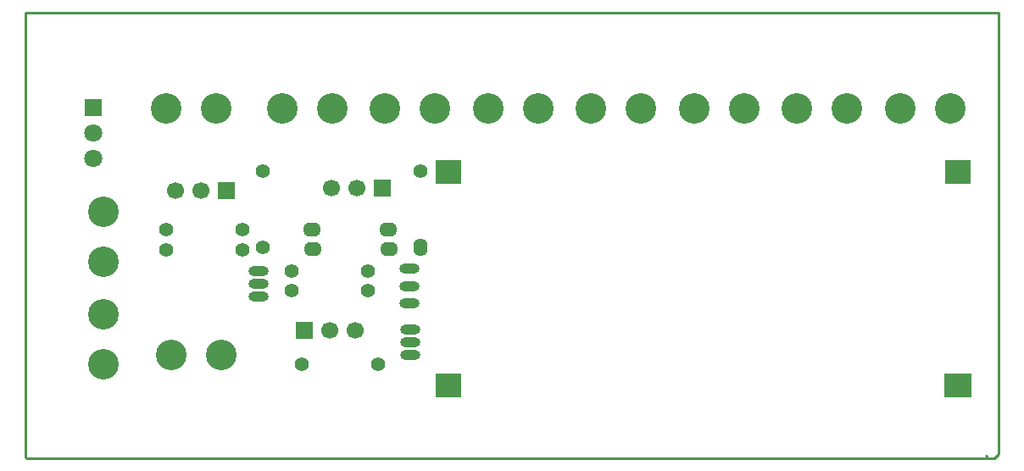
<source format=gtl>
G04*
G04 #@! TF.GenerationSoftware,Altium Limited,Altium Designer,19.0.15 (446)*
G04*
G04 Layer_Physical_Order=1*
G04 Layer_Color=255*
%FSLAX25Y25*%
%MOIN*%
G70*
G01*
G75*
%ADD12C,0.01000*%
%ADD30C,0.12000*%
%ADD31C,0.05512*%
%ADD32C,0.06693*%
%ADD33R,0.06693X0.06693*%
%ADD34O,0.07874X0.03937*%
%ADD35O,0.07874X0.03937*%
%ADD36C,0.07087*%
%ADD37R,0.07087X0.07087*%
%ADD38O,0.07087X0.05512*%
%ADD39O,0.05512X0.07087*%
%ADD40R,0.10000X0.09200*%
%ADD41R,0.10600X0.09200*%
D12*
X376600Y285000D02*
X759000D01*
X759100Y284900D01*
Y111100D02*
Y284900D01*
X757500Y109500D02*
X759100Y111100D01*
X377100Y109500D02*
X757500D01*
X376600Y110000D02*
X377100Y109500D01*
X376600Y110000D02*
Y285000D01*
X754100Y110600D02*
X754700Y110000D01*
D30*
X537600Y247200D02*
D03*
X517915D02*
D03*
X497100D02*
D03*
X477415D02*
D03*
X451500D02*
D03*
X431815D02*
D03*
X407100Y166143D02*
D03*
Y146457D02*
D03*
X407200Y187057D02*
D03*
Y206743D02*
D03*
X453585Y150200D02*
D03*
X433900D02*
D03*
X598915Y247200D02*
D03*
X618600D02*
D03*
X639357Y247100D02*
D03*
X659043D02*
D03*
X679857Y247200D02*
D03*
X699543D02*
D03*
X720357Y247300D02*
D03*
X740043D02*
D03*
X558457Y247200D02*
D03*
X578143D02*
D03*
D31*
X481100Y175600D02*
D03*
X511100D02*
D03*
X481100Y183400D02*
D03*
X511100D02*
D03*
X515200Y146600D02*
D03*
X485200D02*
D03*
X531700Y222600D02*
D03*
X431700Y199700D02*
D03*
X461700D02*
D03*
X469900Y222700D02*
D03*
Y192700D02*
D03*
X461700Y191700D02*
D03*
X431700D02*
D03*
D32*
X506200Y160000D02*
D03*
X496200D02*
D03*
X496800Y216000D02*
D03*
X506800D02*
D03*
X435600Y215000D02*
D03*
X445600D02*
D03*
D33*
X486200Y160000D02*
D03*
X516800Y216000D02*
D03*
X455600Y215000D02*
D03*
D34*
X527900Y160100D02*
D03*
Y150100D02*
D03*
X527400Y184252D02*
D03*
Y170472D02*
D03*
X468100Y183400D02*
D03*
Y173400D02*
D03*
D35*
X527900Y155100D02*
D03*
X527400Y177300D02*
D03*
X468100Y178400D02*
D03*
D36*
X403200Y237700D02*
D03*
Y227700D02*
D03*
D37*
Y247700D02*
D03*
D38*
X489300Y199700D02*
D03*
X519300D02*
D03*
X519400Y191800D02*
D03*
X489400D02*
D03*
D39*
X531700Y192600D02*
D03*
D40*
X542700Y222300D02*
D03*
Y138200D02*
D03*
X743300Y222300D02*
D03*
D41*
Y138200D02*
D03*
M02*

</source>
